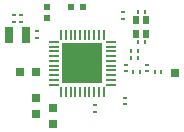
<source format=gtp>
G04*
G04 #@! TF.GenerationSoftware,Altium Limited,Altium Designer,19.0.15 (446)*
G04*
G04 Layer_Color=8421504*
%FSLAX24Y24*%
%MOIN*%
G70*
G01*
G75*
%ADD16R,0.0106X0.0118*%
%ADD17R,0.0118X0.0106*%
%ADD18R,0.0217X0.0256*%
%ADD19R,0.0236X0.0197*%
%ADD20R,0.0295X0.0551*%
%ADD21R,0.0295X0.0315*%
%ADD22R,0.0315X0.0315*%
%ADD23R,0.0197X0.0236*%
%ADD24R,0.0315X0.0295*%
%ADD25R,0.1378X0.1378*%
%ADD26O,0.0079X0.0335*%
%ADD27O,0.0335X0.0079*%
D16*
X1852Y185D02*
D03*
X1628D02*
D03*
X1852Y415D02*
D03*
X1628D02*
D03*
X1858Y715D02*
D03*
X2082D02*
D03*
X2082Y1715D02*
D03*
X1858D02*
D03*
X2408Y-276D02*
D03*
X2632D02*
D03*
X1699D02*
D03*
X1923D02*
D03*
D17*
X1339Y1697D02*
D03*
Y1472D02*
D03*
X423Y-1608D02*
D03*
Y-1384D02*
D03*
X1417Y-1372D02*
D03*
Y-1148D02*
D03*
X-1516Y1067D02*
D03*
Y843D02*
D03*
X1457Y-270D02*
D03*
Y-45D02*
D03*
X-2283Y1608D02*
D03*
Y1384D02*
D03*
X-2047Y1608D02*
D03*
Y1384D02*
D03*
X2165Y-270D02*
D03*
Y-45D02*
D03*
D18*
X1803Y979D02*
D03*
X2137D02*
D03*
Y1431D02*
D03*
X1803Y1431D02*
D03*
D19*
X29Y1876D02*
D03*
X-364D02*
D03*
D20*
X-1880Y945D02*
D03*
X-2451D02*
D03*
D21*
X-1545Y-276D02*
D03*
X-2077D02*
D03*
D22*
X3091Y-315D02*
D03*
D23*
X-1181Y1890D02*
D03*
Y1496D02*
D03*
D24*
X-1535Y-1152D02*
D03*
Y-1683D02*
D03*
X-984Y-1506D02*
D03*
Y-2037D02*
D03*
D25*
X0Y0D02*
D03*
D26*
X-709Y945D02*
D03*
X-551D02*
D03*
X-394D02*
D03*
X-236D02*
D03*
X-79D02*
D03*
X79D02*
D03*
X236D02*
D03*
X394D02*
D03*
X551D02*
D03*
X709D02*
D03*
Y-945D02*
D03*
X551D02*
D03*
X394D02*
D03*
X236D02*
D03*
X79D02*
D03*
X-79D02*
D03*
X-236D02*
D03*
X-394D02*
D03*
X-551D02*
D03*
X-709D02*
D03*
D27*
X945Y709D02*
D03*
Y551D02*
D03*
Y394D02*
D03*
Y236D02*
D03*
Y79D02*
D03*
Y-79D02*
D03*
Y-236D02*
D03*
Y-394D02*
D03*
Y-551D02*
D03*
Y-709D02*
D03*
X-945D02*
D03*
Y-551D02*
D03*
Y-394D02*
D03*
Y-236D02*
D03*
Y-79D02*
D03*
Y79D02*
D03*
Y236D02*
D03*
Y394D02*
D03*
Y551D02*
D03*
Y709D02*
D03*
M02*

</source>
